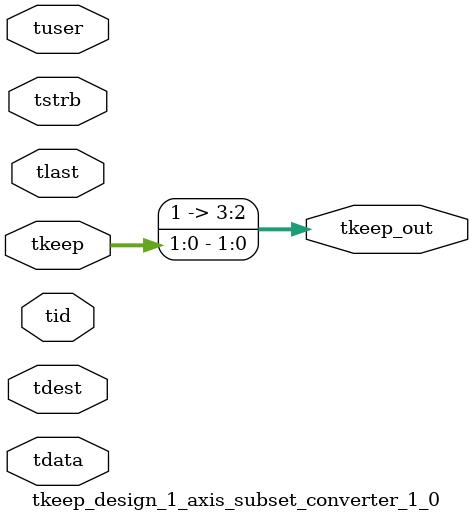
<source format=v>


`timescale 1ps/1ps

module tkeep_design_1_axis_subset_converter_1_0 #
(
parameter C_S_AXIS_TDATA_WIDTH = 32,
parameter C_S_AXIS_TUSER_WIDTH = 0,
parameter C_S_AXIS_TID_WIDTH   = 0,
parameter C_S_AXIS_TDEST_WIDTH = 0,
parameter C_M_AXIS_TDATA_WIDTH = 32
)
(
input  [(C_S_AXIS_TDATA_WIDTH == 0 ? 1 : C_S_AXIS_TDATA_WIDTH)-1:0     ] tdata,
input  [(C_S_AXIS_TUSER_WIDTH == 0 ? 1 : C_S_AXIS_TUSER_WIDTH)-1:0     ] tuser,
input  [(C_S_AXIS_TID_WIDTH   == 0 ? 1 : C_S_AXIS_TID_WIDTH)-1:0       ] tid,
input  [(C_S_AXIS_TDEST_WIDTH == 0 ? 1 : C_S_AXIS_TDEST_WIDTH)-1:0     ] tdest,
input  [(C_S_AXIS_TDATA_WIDTH/8)-1:0 ] tkeep,
input  [(C_S_AXIS_TDATA_WIDTH/8)-1:0 ] tstrb,
input                                                                    tlast,
output [(C_M_AXIS_TDATA_WIDTH/8)-1:0 ] tkeep_out
);

assign tkeep_out = {2'b11,tkeep[1:0]};

endmodule


</source>
